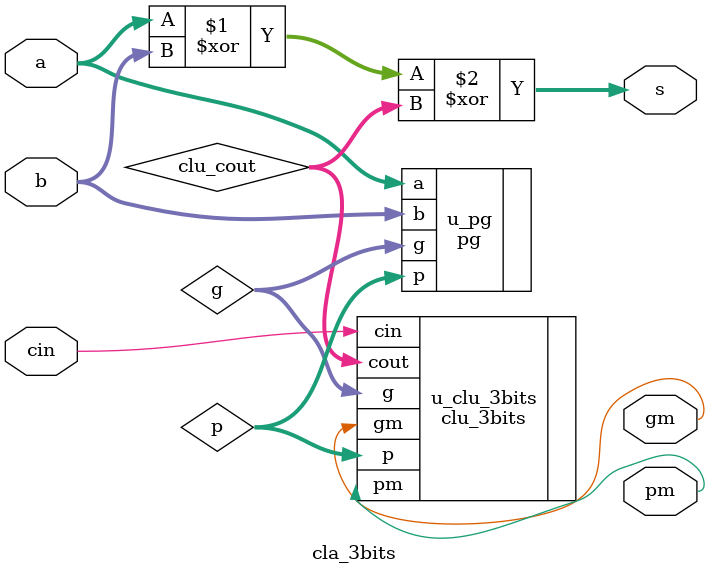
<source format=v>
module cla_3bits(

    input	[2	:0]	a   ,
    input   [2	:0]	b   ,
    input			cin ,
    output	[2	:0]	s   ,
	output			pm  ,
	output			gm  
);

wire	[2	:0]	p;
wire	[2	:0]	g;
pg #(3) u_pg(

    .a(a),
    .b(b),
    .p(p),
    .g(g)
);

wire [2:0] clu_cout;
clu_3bits u_clu_3bits(

    .p   (p),
    .g   (g),
    .cin (cin),
    .cout(clu_cout),
	.pm  (pm),
	.gm  (gm)
);

assign s = a ^ b ^ clu_cout;

endmodule

</source>
